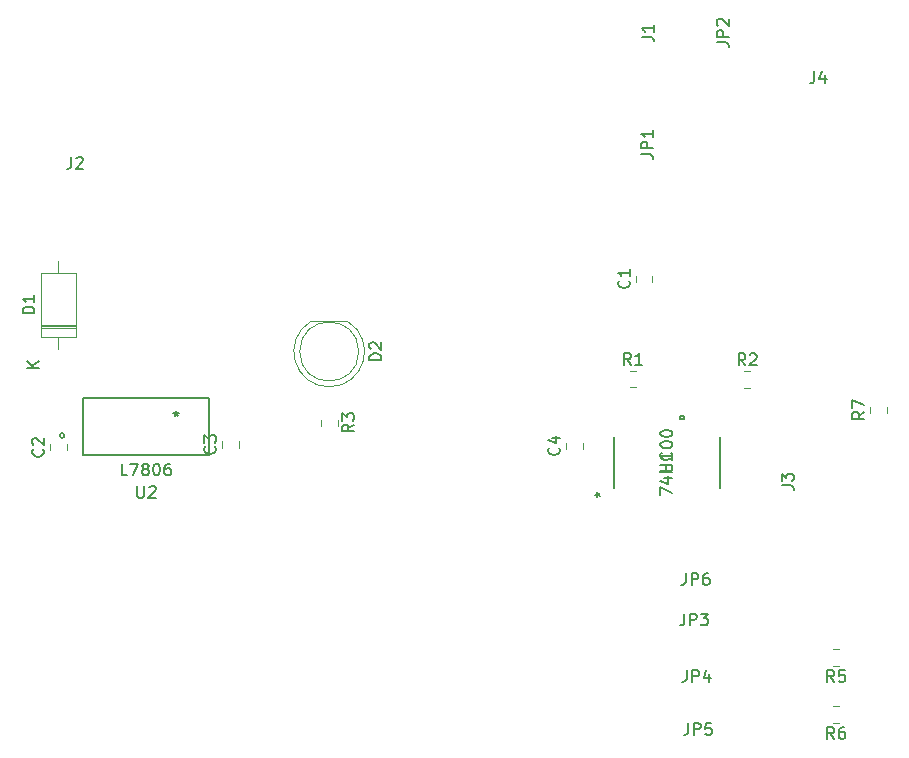
<source format=gto>
G04 #@! TF.GenerationSoftware,KiCad,Pcbnew,(6.0.0-rc1-dev-305-gf0b8b21)*
G04 #@! TF.CreationDate,2018-11-28T21:02:02-08:00*
G04 #@! TF.ProjectId,EE173_Lab4,45453137335F4C6162342E6B69636164,rev?*
G04 #@! TF.SameCoordinates,Original*
G04 #@! TF.FileFunction,Legend,Top*
G04 #@! TF.FilePolarity,Positive*
%FSLAX46Y46*%
G04 Gerber Fmt 4.6, Leading zero omitted, Abs format (unit mm)*
G04 Created by KiCad (PCBNEW (6.0.0-rc1-dev-305-gf0b8b21)) date Wednesday, November 28, 2018 at 09:02:02 PM*
%MOMM*%
%LPD*%
G01*
G04 APERTURE LIST*
%ADD10C,0.120000*%
%ADD11C,0.152400*%
%ADD12C,0.150000*%
G04 APERTURE END LIST*
D10*
G04 #@! TO.C,C1*
X238875500Y-46057078D02*
X238875500Y-45539922D01*
X240295500Y-46057078D02*
X240295500Y-45539922D01*
G04 #@! TO.C,C2*
X190702000Y-60329578D02*
X190702000Y-59812422D01*
X189282000Y-60329578D02*
X189282000Y-59812422D01*
G04 #@! TO.C,C3*
X203846004Y-60100572D02*
X203846004Y-59583416D01*
X205266004Y-60100572D02*
X205266004Y-59583416D01*
G04 #@! TO.C,C4*
X234390000Y-60202578D02*
X234390000Y-59685422D01*
X232970000Y-60202578D02*
X232970000Y-59685422D01*
G04 #@! TO.C,D1*
X188522000Y-50726000D02*
X191462000Y-50726000D01*
X191462000Y-50726000D02*
X191462000Y-45286000D01*
X191462000Y-45286000D02*
X188522000Y-45286000D01*
X188522000Y-45286000D02*
X188522000Y-50726000D01*
X189992000Y-51746000D02*
X189992000Y-50726000D01*
X189992000Y-44266000D02*
X189992000Y-45286000D01*
X188522000Y-49826000D02*
X191462000Y-49826000D01*
X188522000Y-49706000D02*
X191462000Y-49706000D01*
X188522000Y-49946000D02*
X191462000Y-49946000D01*
G04 #@! TO.C,D2*
X212937542Y-54957994D02*
G75*
G03X214482834Y-49407994I462J2990000D01*
G01*
X212938466Y-54957994D02*
G75*
G02X211393174Y-49407994I-462J2990000D01*
G01*
X215438004Y-51967994D02*
G75*
G03X215438004Y-51967994I-2500000J0D01*
G01*
X214483004Y-49407994D02*
X211393004Y-49407994D01*
G04 #@! TO.C,R1*
X238389422Y-55002500D02*
X238906578Y-55002500D01*
X238389422Y-53582500D02*
X238906578Y-53582500D01*
G04 #@! TO.C,R2*
X248079522Y-53620600D02*
X248596678Y-53620600D01*
X248079522Y-55040600D02*
X248596678Y-55040600D01*
G04 #@! TO.C,R3*
X212228004Y-57726916D02*
X212228004Y-58244072D01*
X213648004Y-57726916D02*
X213648004Y-58244072D01*
G04 #@! TO.C,R5*
X256121078Y-78561000D02*
X255603922Y-78561000D01*
X256121078Y-77141000D02*
X255603922Y-77141000D01*
G04 #@! TO.C,R6*
X256115078Y-81967000D02*
X255597922Y-81967000D01*
X256115078Y-83387000D02*
X255597922Y-83387000D01*
G04 #@! TO.C,R7*
X258719662Y-57174228D02*
X258719662Y-56657072D01*
X260139662Y-57174228D02*
X260139662Y-56657072D01*
D11*
G04 #@! TO.C,U2*
X190525204Y-59079994D02*
G75*
G03X190525204Y-59079994I-203200J0D01*
G01*
X192100004Y-55892294D02*
X192100004Y-60743694D01*
X202768004Y-55892294D02*
X192100004Y-55892294D01*
X202768004Y-60743694D02*
X202768004Y-55892294D01*
X192100004Y-60743694D02*
X202768004Y-60743694D01*
G04 #@! TO.C,U1*
X246024107Y-63481810D02*
X246024107Y-59240010D01*
X237032507Y-59240010D02*
X237032507Y-63481810D01*
X242607807Y-57398510D02*
X242988807Y-57398510D01*
X242988807Y-57398510D02*
X242988807Y-57652510D01*
X242988807Y-57652510D02*
X242607807Y-57652510D01*
X242607807Y-57652510D02*
X242607807Y-57398510D01*
G04 #@! TD*
G04 #@! TO.C,C1*
D12*
X238292642Y-45965166D02*
X238340261Y-46012785D01*
X238387880Y-46155642D01*
X238387880Y-46250880D01*
X238340261Y-46393738D01*
X238245023Y-46488976D01*
X238149785Y-46536595D01*
X237959309Y-46584214D01*
X237816452Y-46584214D01*
X237625976Y-46536595D01*
X237530738Y-46488976D01*
X237435500Y-46393738D01*
X237387880Y-46250880D01*
X237387880Y-46155642D01*
X237435500Y-46012785D01*
X237483119Y-45965166D01*
X238387880Y-45012785D02*
X238387880Y-45584214D01*
X238387880Y-45298500D02*
X237387880Y-45298500D01*
X237530738Y-45393738D01*
X237625976Y-45488976D01*
X237673595Y-45584214D01*
G04 #@! TO.C,C2*
X188699142Y-60237666D02*
X188746761Y-60285285D01*
X188794380Y-60428142D01*
X188794380Y-60523380D01*
X188746761Y-60666238D01*
X188651523Y-60761476D01*
X188556285Y-60809095D01*
X188365809Y-60856714D01*
X188222952Y-60856714D01*
X188032476Y-60809095D01*
X187937238Y-60761476D01*
X187842000Y-60666238D01*
X187794380Y-60523380D01*
X187794380Y-60428142D01*
X187842000Y-60285285D01*
X187889619Y-60237666D01*
X187889619Y-59856714D02*
X187842000Y-59809095D01*
X187794380Y-59713857D01*
X187794380Y-59475761D01*
X187842000Y-59380523D01*
X187889619Y-59332904D01*
X187984857Y-59285285D01*
X188080095Y-59285285D01*
X188222952Y-59332904D01*
X188794380Y-59904333D01*
X188794380Y-59285285D01*
G04 #@! TO.C,C3*
X203263146Y-60008660D02*
X203310765Y-60056279D01*
X203358384Y-60199136D01*
X203358384Y-60294374D01*
X203310765Y-60437232D01*
X203215527Y-60532470D01*
X203120289Y-60580089D01*
X202929813Y-60627708D01*
X202786956Y-60627708D01*
X202596480Y-60580089D01*
X202501242Y-60532470D01*
X202406004Y-60437232D01*
X202358384Y-60294374D01*
X202358384Y-60199136D01*
X202406004Y-60056279D01*
X202453623Y-60008660D01*
X202358384Y-59675327D02*
X202358384Y-59056279D01*
X202739337Y-59389613D01*
X202739337Y-59246755D01*
X202786956Y-59151517D01*
X202834575Y-59103898D01*
X202929813Y-59056279D01*
X203167908Y-59056279D01*
X203263146Y-59103898D01*
X203310765Y-59151517D01*
X203358384Y-59246755D01*
X203358384Y-59532470D01*
X203310765Y-59627708D01*
X203263146Y-59675327D01*
G04 #@! TO.C,C4*
X232387142Y-60110666D02*
X232434761Y-60158285D01*
X232482380Y-60301142D01*
X232482380Y-60396380D01*
X232434761Y-60539238D01*
X232339523Y-60634476D01*
X232244285Y-60682095D01*
X232053809Y-60729714D01*
X231910952Y-60729714D01*
X231720476Y-60682095D01*
X231625238Y-60634476D01*
X231530000Y-60539238D01*
X231482380Y-60396380D01*
X231482380Y-60301142D01*
X231530000Y-60158285D01*
X231577619Y-60110666D01*
X231815714Y-59253523D02*
X232482380Y-59253523D01*
X231434761Y-59491619D02*
X232149047Y-59729714D01*
X232149047Y-59110666D01*
G04 #@! TO.C,D1*
X187974380Y-48744095D02*
X186974380Y-48744095D01*
X186974380Y-48506000D01*
X187022000Y-48363142D01*
X187117238Y-48267904D01*
X187212476Y-48220285D01*
X187402952Y-48172666D01*
X187545809Y-48172666D01*
X187736285Y-48220285D01*
X187831523Y-48267904D01*
X187926761Y-48363142D01*
X187974380Y-48506000D01*
X187974380Y-48744095D01*
X187974380Y-47220285D02*
X187974380Y-47791714D01*
X187974380Y-47506000D02*
X186974380Y-47506000D01*
X187117238Y-47601238D01*
X187212476Y-47696476D01*
X187260095Y-47791714D01*
X188344380Y-53347904D02*
X187344380Y-53347904D01*
X188344380Y-52776476D02*
X187772952Y-53205047D01*
X187344380Y-52776476D02*
X187915809Y-53347904D01*
G04 #@! TO.C,D2*
X217350384Y-52706089D02*
X216350384Y-52706089D01*
X216350384Y-52467994D01*
X216398004Y-52325136D01*
X216493242Y-52229898D01*
X216588480Y-52182279D01*
X216778956Y-52134660D01*
X216921813Y-52134660D01*
X217112289Y-52182279D01*
X217207527Y-52229898D01*
X217302765Y-52325136D01*
X217350384Y-52467994D01*
X217350384Y-52706089D01*
X216445623Y-51753708D02*
X216398004Y-51706089D01*
X216350384Y-51610851D01*
X216350384Y-51372755D01*
X216398004Y-51277517D01*
X216445623Y-51229898D01*
X216540861Y-51182279D01*
X216636099Y-51182279D01*
X216778956Y-51229898D01*
X217350384Y-51801327D01*
X217350384Y-51182279D01*
G04 #@! TO.C,J1*
X239402580Y-25328733D02*
X240116866Y-25328733D01*
X240259723Y-25376352D01*
X240354961Y-25471590D01*
X240402580Y-25614447D01*
X240402580Y-25709685D01*
X240402580Y-24328733D02*
X240402580Y-24900161D01*
X240402580Y-24614447D02*
X239402580Y-24614447D01*
X239545438Y-24709685D01*
X239640676Y-24804923D01*
X239688295Y-24900161D01*
G04 #@! TO.C,J2*
X191096662Y-35495386D02*
X191096662Y-36209672D01*
X191049043Y-36352529D01*
X190953805Y-36447767D01*
X190810948Y-36495386D01*
X190715710Y-36495386D01*
X191525234Y-35590625D02*
X191572853Y-35543006D01*
X191668091Y-35495386D01*
X191906186Y-35495386D01*
X192001424Y-35543006D01*
X192049043Y-35590625D01*
X192096662Y-35685863D01*
X192096662Y-35781101D01*
X192049043Y-35923958D01*
X191477615Y-36495386D01*
X192096662Y-36495386D01*
G04 #@! TO.C,J3*
X251252380Y-63303333D02*
X251966666Y-63303333D01*
X252109523Y-63350952D01*
X252204761Y-63446190D01*
X252252380Y-63589047D01*
X252252380Y-63684285D01*
X251252380Y-62922380D02*
X251252380Y-62303333D01*
X251633333Y-62636666D01*
X251633333Y-62493809D01*
X251680952Y-62398571D01*
X251728571Y-62350952D01*
X251823809Y-62303333D01*
X252061904Y-62303333D01*
X252157142Y-62350952D01*
X252204761Y-62398571D01*
X252252380Y-62493809D01*
X252252380Y-62779523D01*
X252204761Y-62874761D01*
X252157142Y-62922380D01*
G04 #@! TO.C,J4*
X254007026Y-28243280D02*
X254007026Y-28957566D01*
X253959407Y-29100423D01*
X253864169Y-29195661D01*
X253721312Y-29243280D01*
X253626074Y-29243280D01*
X254911788Y-28576614D02*
X254911788Y-29243280D01*
X254673693Y-28195661D02*
X254435598Y-28909947D01*
X255054645Y-28909947D01*
G04 #@! TO.C,JP1*
X239357880Y-35246033D02*
X240072166Y-35246033D01*
X240215023Y-35293652D01*
X240310261Y-35388890D01*
X240357880Y-35531747D01*
X240357880Y-35626985D01*
X240357880Y-34769842D02*
X239357880Y-34769842D01*
X239357880Y-34388890D01*
X239405500Y-34293652D01*
X239453119Y-34246033D01*
X239548357Y-34198414D01*
X239691214Y-34198414D01*
X239786452Y-34246033D01*
X239834071Y-34293652D01*
X239881690Y-34388890D01*
X239881690Y-34769842D01*
X240357880Y-33246033D02*
X240357880Y-33817461D01*
X240357880Y-33531747D02*
X239357880Y-33531747D01*
X239500738Y-33626985D01*
X239595976Y-33722223D01*
X239643595Y-33817461D01*
G04 #@! TO.C,JP2*
X245752580Y-25803333D02*
X246466866Y-25803333D01*
X246609723Y-25850952D01*
X246704961Y-25946190D01*
X246752580Y-26089047D01*
X246752580Y-26184285D01*
X246752580Y-25327142D02*
X245752580Y-25327142D01*
X245752580Y-24946190D01*
X245800200Y-24850952D01*
X245847819Y-24803333D01*
X245943057Y-24755714D01*
X246085914Y-24755714D01*
X246181152Y-24803333D01*
X246228771Y-24850952D01*
X246276390Y-24946190D01*
X246276390Y-25327142D01*
X245847819Y-24374761D02*
X245800200Y-24327142D01*
X245752580Y-24231904D01*
X245752580Y-23993809D01*
X245800200Y-23898571D01*
X245847819Y-23850952D01*
X245943057Y-23803333D01*
X246038295Y-23803333D01*
X246181152Y-23850952D01*
X246752580Y-24422380D01*
X246752580Y-23803333D01*
G04 #@! TO.C,JP3*
X243006666Y-74152380D02*
X243006666Y-74866666D01*
X242959047Y-75009523D01*
X242863809Y-75104761D01*
X242720952Y-75152380D01*
X242625714Y-75152380D01*
X243482857Y-75152380D02*
X243482857Y-74152380D01*
X243863809Y-74152380D01*
X243959047Y-74200000D01*
X244006666Y-74247619D01*
X244054285Y-74342857D01*
X244054285Y-74485714D01*
X244006666Y-74580952D01*
X243959047Y-74628571D01*
X243863809Y-74676190D01*
X243482857Y-74676190D01*
X244387619Y-74152380D02*
X245006666Y-74152380D01*
X244673333Y-74533333D01*
X244816190Y-74533333D01*
X244911428Y-74580952D01*
X244959047Y-74628571D01*
X245006666Y-74723809D01*
X245006666Y-74961904D01*
X244959047Y-75057142D01*
X244911428Y-75104761D01*
X244816190Y-75152380D01*
X244530476Y-75152380D01*
X244435238Y-75104761D01*
X244387619Y-75057142D01*
G04 #@! TO.C,JP4*
X243206666Y-78952380D02*
X243206666Y-79666666D01*
X243159047Y-79809523D01*
X243063809Y-79904761D01*
X242920952Y-79952380D01*
X242825714Y-79952380D01*
X243682857Y-79952380D02*
X243682857Y-78952380D01*
X244063809Y-78952380D01*
X244159047Y-79000000D01*
X244206666Y-79047619D01*
X244254285Y-79142857D01*
X244254285Y-79285714D01*
X244206666Y-79380952D01*
X244159047Y-79428571D01*
X244063809Y-79476190D01*
X243682857Y-79476190D01*
X245111428Y-79285714D02*
X245111428Y-79952380D01*
X244873333Y-78904761D02*
X244635238Y-79619047D01*
X245254285Y-79619047D01*
G04 #@! TO.C,JP5*
X243336666Y-83432380D02*
X243336666Y-84146666D01*
X243289047Y-84289523D01*
X243193809Y-84384761D01*
X243050952Y-84432380D01*
X242955714Y-84432380D01*
X243812857Y-84432380D02*
X243812857Y-83432380D01*
X244193809Y-83432380D01*
X244289047Y-83480000D01*
X244336666Y-83527619D01*
X244384285Y-83622857D01*
X244384285Y-83765714D01*
X244336666Y-83860952D01*
X244289047Y-83908571D01*
X244193809Y-83956190D01*
X243812857Y-83956190D01*
X245289047Y-83432380D02*
X244812857Y-83432380D01*
X244765238Y-83908571D01*
X244812857Y-83860952D01*
X244908095Y-83813333D01*
X245146190Y-83813333D01*
X245241428Y-83860952D01*
X245289047Y-83908571D01*
X245336666Y-84003809D01*
X245336666Y-84241904D01*
X245289047Y-84337142D01*
X245241428Y-84384761D01*
X245146190Y-84432380D01*
X244908095Y-84432380D01*
X244812857Y-84384761D01*
X244765238Y-84337142D01*
G04 #@! TO.C,JP6*
X243146666Y-70732380D02*
X243146666Y-71446666D01*
X243099047Y-71589523D01*
X243003809Y-71684761D01*
X242860952Y-71732380D01*
X242765714Y-71732380D01*
X243622857Y-71732380D02*
X243622857Y-70732380D01*
X244003809Y-70732380D01*
X244099047Y-70780000D01*
X244146666Y-70827619D01*
X244194285Y-70922857D01*
X244194285Y-71065714D01*
X244146666Y-71160952D01*
X244099047Y-71208571D01*
X244003809Y-71256190D01*
X243622857Y-71256190D01*
X245051428Y-70732380D02*
X244860952Y-70732380D01*
X244765714Y-70780000D01*
X244718095Y-70827619D01*
X244622857Y-70970476D01*
X244575238Y-71160952D01*
X244575238Y-71541904D01*
X244622857Y-71637142D01*
X244670476Y-71684761D01*
X244765714Y-71732380D01*
X244956190Y-71732380D01*
X245051428Y-71684761D01*
X245099047Y-71637142D01*
X245146666Y-71541904D01*
X245146666Y-71303809D01*
X245099047Y-71208571D01*
X245051428Y-71160952D01*
X244956190Y-71113333D01*
X244765714Y-71113333D01*
X244670476Y-71160952D01*
X244622857Y-71208571D01*
X244575238Y-71303809D01*
G04 #@! TO.C,R1*
X238481333Y-53094880D02*
X238148000Y-52618690D01*
X237909904Y-53094880D02*
X237909904Y-52094880D01*
X238290857Y-52094880D01*
X238386095Y-52142500D01*
X238433714Y-52190119D01*
X238481333Y-52285357D01*
X238481333Y-52428214D01*
X238433714Y-52523452D01*
X238386095Y-52571071D01*
X238290857Y-52618690D01*
X237909904Y-52618690D01*
X239433714Y-53094880D02*
X238862285Y-53094880D01*
X239148000Y-53094880D02*
X239148000Y-52094880D01*
X239052761Y-52237738D01*
X238957523Y-52332976D01*
X238862285Y-52380595D01*
G04 #@! TO.C,R2*
X248171433Y-53132980D02*
X247838100Y-52656790D01*
X247600004Y-53132980D02*
X247600004Y-52132980D01*
X247980957Y-52132980D01*
X248076195Y-52180600D01*
X248123814Y-52228219D01*
X248171433Y-52323457D01*
X248171433Y-52466314D01*
X248123814Y-52561552D01*
X248076195Y-52609171D01*
X247980957Y-52656790D01*
X247600004Y-52656790D01*
X248552385Y-52228219D02*
X248600004Y-52180600D01*
X248695242Y-52132980D01*
X248933338Y-52132980D01*
X249028576Y-52180600D01*
X249076195Y-52228219D01*
X249123814Y-52323457D01*
X249123814Y-52418695D01*
X249076195Y-52561552D01*
X248504766Y-53132980D01*
X249123814Y-53132980D01*
G04 #@! TO.C,R3*
X215040384Y-58152160D02*
X214564194Y-58485494D01*
X215040384Y-58723589D02*
X214040384Y-58723589D01*
X214040384Y-58342636D01*
X214088004Y-58247398D01*
X214135623Y-58199779D01*
X214230861Y-58152160D01*
X214373718Y-58152160D01*
X214468956Y-58199779D01*
X214516575Y-58247398D01*
X214564194Y-58342636D01*
X214564194Y-58723589D01*
X214040384Y-57818827D02*
X214040384Y-57199779D01*
X214421337Y-57533113D01*
X214421337Y-57390255D01*
X214468956Y-57295017D01*
X214516575Y-57247398D01*
X214611813Y-57199779D01*
X214849908Y-57199779D01*
X214945146Y-57247398D01*
X214992765Y-57295017D01*
X215040384Y-57390255D01*
X215040384Y-57675970D01*
X214992765Y-57771208D01*
X214945146Y-57818827D01*
G04 #@! TO.C,R5*
X255695833Y-79953380D02*
X255362500Y-79477190D01*
X255124404Y-79953380D02*
X255124404Y-78953380D01*
X255505357Y-78953380D01*
X255600595Y-79001000D01*
X255648214Y-79048619D01*
X255695833Y-79143857D01*
X255695833Y-79286714D01*
X255648214Y-79381952D01*
X255600595Y-79429571D01*
X255505357Y-79477190D01*
X255124404Y-79477190D01*
X256600595Y-78953380D02*
X256124404Y-78953380D01*
X256076785Y-79429571D01*
X256124404Y-79381952D01*
X256219642Y-79334333D01*
X256457738Y-79334333D01*
X256552976Y-79381952D01*
X256600595Y-79429571D01*
X256648214Y-79524809D01*
X256648214Y-79762904D01*
X256600595Y-79858142D01*
X256552976Y-79905761D01*
X256457738Y-79953380D01*
X256219642Y-79953380D01*
X256124404Y-79905761D01*
X256076785Y-79858142D01*
G04 #@! TO.C,R6*
X255689833Y-84779380D02*
X255356500Y-84303190D01*
X255118404Y-84779380D02*
X255118404Y-83779380D01*
X255499357Y-83779380D01*
X255594595Y-83827000D01*
X255642214Y-83874619D01*
X255689833Y-83969857D01*
X255689833Y-84112714D01*
X255642214Y-84207952D01*
X255594595Y-84255571D01*
X255499357Y-84303190D01*
X255118404Y-84303190D01*
X256546976Y-83779380D02*
X256356500Y-83779380D01*
X256261261Y-83827000D01*
X256213642Y-83874619D01*
X256118404Y-84017476D01*
X256070785Y-84207952D01*
X256070785Y-84588904D01*
X256118404Y-84684142D01*
X256166023Y-84731761D01*
X256261261Y-84779380D01*
X256451738Y-84779380D01*
X256546976Y-84731761D01*
X256594595Y-84684142D01*
X256642214Y-84588904D01*
X256642214Y-84350809D01*
X256594595Y-84255571D01*
X256546976Y-84207952D01*
X256451738Y-84160333D01*
X256261261Y-84160333D01*
X256166023Y-84207952D01*
X256118404Y-84255571D01*
X256070785Y-84350809D01*
G04 #@! TO.C,R7*
X258232042Y-57082316D02*
X257755852Y-57415650D01*
X258232042Y-57653745D02*
X257232042Y-57653745D01*
X257232042Y-57272792D01*
X257279662Y-57177554D01*
X257327281Y-57129935D01*
X257422519Y-57082316D01*
X257565376Y-57082316D01*
X257660614Y-57129935D01*
X257708233Y-57177554D01*
X257755852Y-57272792D01*
X257755852Y-57653745D01*
X257232042Y-56748983D02*
X257232042Y-56082316D01*
X258232042Y-56510888D01*
G04 #@! TO.C,U2*
X196682099Y-63358374D02*
X196682099Y-64167898D01*
X196729718Y-64263136D01*
X196777337Y-64310755D01*
X196872575Y-64358374D01*
X197063051Y-64358374D01*
X197158289Y-64310755D01*
X197205908Y-64263136D01*
X197253527Y-64167898D01*
X197253527Y-63358374D01*
X197682099Y-63453613D02*
X197729718Y-63405994D01*
X197824956Y-63358374D01*
X198063051Y-63358374D01*
X198158289Y-63405994D01*
X198205908Y-63453613D01*
X198253527Y-63548851D01*
X198253527Y-63644089D01*
X198205908Y-63786946D01*
X197634480Y-64358374D01*
X198253527Y-64358374D01*
X195848765Y-62453374D02*
X195372575Y-62453374D01*
X195372575Y-61453374D01*
X196086861Y-61453374D02*
X196753527Y-61453374D01*
X196324956Y-62453374D01*
X197277337Y-61881946D02*
X197182099Y-61834327D01*
X197134480Y-61786708D01*
X197086861Y-61691470D01*
X197086861Y-61643851D01*
X197134480Y-61548613D01*
X197182099Y-61500994D01*
X197277337Y-61453374D01*
X197467813Y-61453374D01*
X197563051Y-61500994D01*
X197610670Y-61548613D01*
X197658289Y-61643851D01*
X197658289Y-61691470D01*
X197610670Y-61786708D01*
X197563051Y-61834327D01*
X197467813Y-61881946D01*
X197277337Y-61881946D01*
X197182099Y-61929565D01*
X197134480Y-61977184D01*
X197086861Y-62072422D01*
X197086861Y-62262898D01*
X197134480Y-62358136D01*
X197182099Y-62405755D01*
X197277337Y-62453374D01*
X197467813Y-62453374D01*
X197563051Y-62405755D01*
X197610670Y-62358136D01*
X197658289Y-62262898D01*
X197658289Y-62072422D01*
X197610670Y-61977184D01*
X197563051Y-61929565D01*
X197467813Y-61881946D01*
X198277337Y-61453374D02*
X198372575Y-61453374D01*
X198467813Y-61500994D01*
X198515432Y-61548613D01*
X198563051Y-61643851D01*
X198610670Y-61834327D01*
X198610670Y-62072422D01*
X198563051Y-62262898D01*
X198515432Y-62358136D01*
X198467813Y-62405755D01*
X198372575Y-62453374D01*
X198277337Y-62453374D01*
X198182099Y-62405755D01*
X198134480Y-62358136D01*
X198086861Y-62262898D01*
X198039242Y-62072422D01*
X198039242Y-61834327D01*
X198086861Y-61643851D01*
X198134480Y-61548613D01*
X198182099Y-61500994D01*
X198277337Y-61453374D01*
X199467813Y-61453374D02*
X199277337Y-61453374D01*
X199182099Y-61500994D01*
X199134480Y-61548613D01*
X199039242Y-61691470D01*
X198991623Y-61881946D01*
X198991623Y-62262898D01*
X199039242Y-62358136D01*
X199086861Y-62405755D01*
X199182099Y-62453374D01*
X199372575Y-62453374D01*
X199467813Y-62405755D01*
X199515432Y-62358136D01*
X199563051Y-62262898D01*
X199563051Y-62024803D01*
X199515432Y-61929565D01*
X199467813Y-61881946D01*
X199372575Y-61834327D01*
X199182099Y-61834327D01*
X199086861Y-61881946D01*
X199039242Y-61929565D01*
X198991623Y-62024803D01*
X199984004Y-57008374D02*
X199984004Y-57246470D01*
X199745908Y-57151232D02*
X199984004Y-57246470D01*
X200222099Y-57151232D01*
X199841146Y-57436946D02*
X199984004Y-57246470D01*
X200126861Y-57436946D01*
G04 #@! TO.C,U1*
X240980687Y-62122814D02*
X241790211Y-62122814D01*
X241885449Y-62075195D01*
X241933068Y-62027576D01*
X241980687Y-61932338D01*
X241980687Y-61741862D01*
X241933068Y-61646624D01*
X241885449Y-61599005D01*
X241790211Y-61551386D01*
X240980687Y-61551386D01*
X241980687Y-60551386D02*
X241980687Y-61122814D01*
X241980687Y-60837100D02*
X240980687Y-60837100D01*
X241123545Y-60932338D01*
X241218783Y-61027576D01*
X241266402Y-61122814D01*
X240980687Y-64146624D02*
X240980687Y-63479957D01*
X241980687Y-63908529D01*
X241314021Y-62670433D02*
X241980687Y-62670433D01*
X240933068Y-62908529D02*
X241647354Y-63146624D01*
X241647354Y-62527576D01*
X241980687Y-62146624D02*
X240980687Y-62146624D01*
X241456878Y-62146624D02*
X241456878Y-61575195D01*
X241980687Y-61575195D02*
X240980687Y-61575195D01*
X241885449Y-60527576D02*
X241933068Y-60575195D01*
X241980687Y-60718052D01*
X241980687Y-60813290D01*
X241933068Y-60956148D01*
X241837830Y-61051386D01*
X241742592Y-61099005D01*
X241552116Y-61146624D01*
X241409259Y-61146624D01*
X241218783Y-61099005D01*
X241123545Y-61051386D01*
X241028307Y-60956148D01*
X240980687Y-60813290D01*
X240980687Y-60718052D01*
X241028307Y-60575195D01*
X241075926Y-60527576D01*
X240980687Y-59908529D02*
X240980687Y-59813290D01*
X241028307Y-59718052D01*
X241075926Y-59670433D01*
X241171164Y-59622814D01*
X241361640Y-59575195D01*
X241599735Y-59575195D01*
X241790211Y-59622814D01*
X241885449Y-59670433D01*
X241933068Y-59718052D01*
X241980687Y-59813290D01*
X241980687Y-59908529D01*
X241933068Y-60003767D01*
X241885449Y-60051386D01*
X241790211Y-60099005D01*
X241599735Y-60146624D01*
X241361640Y-60146624D01*
X241171164Y-60099005D01*
X241075926Y-60051386D01*
X241028307Y-60003767D01*
X240980687Y-59908529D01*
X240980687Y-58956148D02*
X240980687Y-58860910D01*
X241028307Y-58765671D01*
X241075926Y-58718052D01*
X241171164Y-58670433D01*
X241361640Y-58622814D01*
X241599735Y-58622814D01*
X241790211Y-58670433D01*
X241885449Y-58718052D01*
X241933068Y-58765671D01*
X241980687Y-58860910D01*
X241980687Y-58956148D01*
X241933068Y-59051386D01*
X241885449Y-59099005D01*
X241790211Y-59146624D01*
X241599735Y-59194243D01*
X241361640Y-59194243D01*
X241171164Y-59146624D01*
X241075926Y-59099005D01*
X241028307Y-59051386D01*
X240980687Y-58956148D01*
X235468887Y-64078710D02*
X235706983Y-64078710D01*
X235611745Y-64316805D02*
X235706983Y-64078710D01*
X235611745Y-63840614D01*
X235897459Y-64221567D02*
X235706983Y-64078710D01*
X235897459Y-63935852D01*
G04 #@! TD*
M02*

</source>
